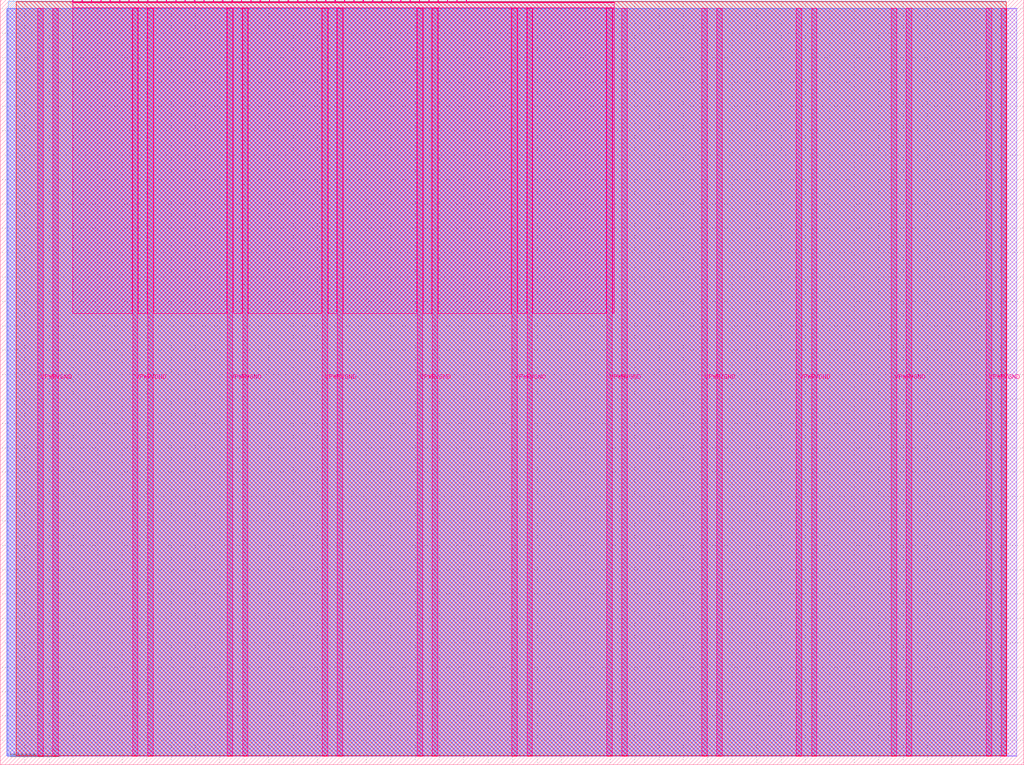
<source format=lef>
VERSION 5.7 ;
  NOWIREEXTENSIONATPIN ON ;
  DIVIDERCHAR "/" ;
  BUSBITCHARS "[]" ;
MACRO tt_um_ddc_arghunter
  CLASS BLOCK ;
  FOREIGN tt_um_ddc_arghunter ;
  ORIGIN 0.000 0.000 ;
  SIZE 419.520 BY 313.740 ;
  PIN VGND
    DIRECTION INOUT ;
    USE GROUND ;
    PORT
      LAYER Metal5 ;
        RECT 21.580 3.560 23.780 310.180 ;
    END
    PORT
      LAYER Metal5 ;
        RECT 60.450 3.560 62.650 310.180 ;
    END
    PORT
      LAYER Metal5 ;
        RECT 99.320 3.560 101.520 310.180 ;
    END
    PORT
      LAYER Metal5 ;
        RECT 138.190 3.560 140.390 310.180 ;
    END
    PORT
      LAYER Metal5 ;
        RECT 177.060 3.560 179.260 310.180 ;
    END
    PORT
      LAYER Metal5 ;
        RECT 215.930 3.560 218.130 310.180 ;
    END
    PORT
      LAYER Metal5 ;
        RECT 254.800 3.560 257.000 310.180 ;
    END
    PORT
      LAYER Metal5 ;
        RECT 293.670 3.560 295.870 310.180 ;
    END
    PORT
      LAYER Metal5 ;
        RECT 332.540 3.560 334.740 310.180 ;
    END
    PORT
      LAYER Metal5 ;
        RECT 371.410 3.560 373.610 310.180 ;
    END
    PORT
      LAYER Metal5 ;
        RECT 410.280 3.560 412.480 310.180 ;
    END
  END VGND
  PIN VPWR
    DIRECTION INOUT ;
    USE POWER ;
    PORT
      LAYER Metal5 ;
        RECT 15.380 3.560 17.580 310.180 ;
    END
    PORT
      LAYER Metal5 ;
        RECT 54.250 3.560 56.450 310.180 ;
    END
    PORT
      LAYER Metal5 ;
        RECT 93.120 3.560 95.320 310.180 ;
    END
    PORT
      LAYER Metal5 ;
        RECT 131.990 3.560 134.190 310.180 ;
    END
    PORT
      LAYER Metal5 ;
        RECT 170.860 3.560 173.060 310.180 ;
    END
    PORT
      LAYER Metal5 ;
        RECT 209.730 3.560 211.930 310.180 ;
    END
    PORT
      LAYER Metal5 ;
        RECT 248.600 3.560 250.800 310.180 ;
    END
    PORT
      LAYER Metal5 ;
        RECT 287.470 3.560 289.670 310.180 ;
    END
    PORT
      LAYER Metal5 ;
        RECT 326.340 3.560 328.540 310.180 ;
    END
    PORT
      LAYER Metal5 ;
        RECT 365.210 3.560 367.410 310.180 ;
    END
    PORT
      LAYER Metal5 ;
        RECT 404.080 3.560 406.280 310.180 ;
    END
  END VPWR
  PIN clk
    DIRECTION INPUT ;
    USE SIGNAL ;
    PORT
      LAYER Metal5 ;
        RECT 187.050 312.740 187.350 313.740 ;
    END
  END clk
  PIN ena
    DIRECTION INPUT ;
    USE SIGNAL ;
    PORT
      LAYER Metal5 ;
        RECT 190.890 312.740 191.190 313.740 ;
    END
  END ena
  PIN rst_n
    DIRECTION INPUT ;
    USE SIGNAL ;
    ANTENNAGATEAREA 0.629200 ;
    PORT
      LAYER Metal5 ;
        RECT 183.210 312.740 183.510 313.740 ;
    END
  END rst_n
  PIN ui_in[0]
    DIRECTION INPUT ;
    USE SIGNAL ;
    ANTENNAGATEAREA 0.741000 ;
    PORT
      LAYER Metal5 ;
        RECT 179.370 312.740 179.670 313.740 ;
    END
  END ui_in[0]
  PIN ui_in[1]
    DIRECTION INPUT ;
    USE SIGNAL ;
    ANTENNAGATEAREA 0.213200 ;
    PORT
      LAYER Metal5 ;
        RECT 175.530 312.740 175.830 313.740 ;
    END
  END ui_in[1]
  PIN ui_in[2]
    DIRECTION INPUT ;
    USE SIGNAL ;
    ANTENNAGATEAREA 0.213200 ;
    PORT
      LAYER Metal5 ;
        RECT 171.690 312.740 171.990 313.740 ;
    END
  END ui_in[2]
  PIN ui_in[3]
    DIRECTION INPUT ;
    USE SIGNAL ;
    ANTENNAGATEAREA 0.213200 ;
    PORT
      LAYER Metal5 ;
        RECT 167.850 312.740 168.150 313.740 ;
    END
  END ui_in[3]
  PIN ui_in[4]
    DIRECTION INPUT ;
    USE SIGNAL ;
    PORT
      LAYER Metal5 ;
        RECT 164.010 312.740 164.310 313.740 ;
    END
  END ui_in[4]
  PIN ui_in[5]
    DIRECTION INPUT ;
    USE SIGNAL ;
    PORT
      LAYER Metal5 ;
        RECT 160.170 312.740 160.470 313.740 ;
    END
  END ui_in[5]
  PIN ui_in[6]
    DIRECTION INPUT ;
    USE SIGNAL ;
    PORT
      LAYER Metal5 ;
        RECT 156.330 312.740 156.630 313.740 ;
    END
  END ui_in[6]
  PIN ui_in[7]
    DIRECTION INPUT ;
    USE SIGNAL ;
    PORT
      LAYER Metal5 ;
        RECT 152.490 312.740 152.790 313.740 ;
    END
  END ui_in[7]
  PIN uio_in[0]
    DIRECTION INPUT ;
    USE SIGNAL ;
    PORT
      LAYER Metal5 ;
        RECT 148.650 312.740 148.950 313.740 ;
    END
  END uio_in[0]
  PIN uio_in[1]
    DIRECTION INPUT ;
    USE SIGNAL ;
    PORT
      LAYER Metal5 ;
        RECT 144.810 312.740 145.110 313.740 ;
    END
  END uio_in[1]
  PIN uio_in[2]
    DIRECTION INPUT ;
    USE SIGNAL ;
    PORT
      LAYER Metal5 ;
        RECT 140.970 312.740 141.270 313.740 ;
    END
  END uio_in[2]
  PIN uio_in[3]
    DIRECTION INPUT ;
    USE SIGNAL ;
    PORT
      LAYER Metal5 ;
        RECT 137.130 312.740 137.430 313.740 ;
    END
  END uio_in[3]
  PIN uio_in[4]
    DIRECTION INPUT ;
    USE SIGNAL ;
    PORT
      LAYER Metal5 ;
        RECT 133.290 312.740 133.590 313.740 ;
    END
  END uio_in[4]
  PIN uio_in[5]
    DIRECTION INPUT ;
    USE SIGNAL ;
    PORT
      LAYER Metal5 ;
        RECT 129.450 312.740 129.750 313.740 ;
    END
  END uio_in[5]
  PIN uio_in[6]
    DIRECTION INPUT ;
    USE SIGNAL ;
    PORT
      LAYER Metal5 ;
        RECT 125.610 312.740 125.910 313.740 ;
    END
  END uio_in[6]
  PIN uio_in[7]
    DIRECTION INPUT ;
    USE SIGNAL ;
    PORT
      LAYER Metal5 ;
        RECT 121.770 312.740 122.070 313.740 ;
    END
  END uio_in[7]
  PIN uio_oe[0]
    DIRECTION OUTPUT ;
    USE SIGNAL ;
    ANTENNADIFFAREA 0.299200 ;
    PORT
      LAYER Metal5 ;
        RECT 56.490 312.740 56.790 313.740 ;
    END
  END uio_oe[0]
  PIN uio_oe[1]
    DIRECTION OUTPUT ;
    USE SIGNAL ;
    ANTENNADIFFAREA 0.299200 ;
    PORT
      LAYER Metal5 ;
        RECT 52.650 312.740 52.950 313.740 ;
    END
  END uio_oe[1]
  PIN uio_oe[2]
    DIRECTION OUTPUT ;
    USE SIGNAL ;
    ANTENNADIFFAREA 0.299200 ;
    PORT
      LAYER Metal5 ;
        RECT 48.810 312.740 49.110 313.740 ;
    END
  END uio_oe[2]
  PIN uio_oe[3]
    DIRECTION OUTPUT ;
    USE SIGNAL ;
    ANTENNADIFFAREA 0.299200 ;
    PORT
      LAYER Metal5 ;
        RECT 44.970 312.740 45.270 313.740 ;
    END
  END uio_oe[3]
  PIN uio_oe[4]
    DIRECTION OUTPUT ;
    USE SIGNAL ;
    ANTENNADIFFAREA 0.299200 ;
    PORT
      LAYER Metal5 ;
        RECT 41.130 312.740 41.430 313.740 ;
    END
  END uio_oe[4]
  PIN uio_oe[5]
    DIRECTION OUTPUT ;
    USE SIGNAL ;
    ANTENNADIFFAREA 0.299200 ;
    PORT
      LAYER Metal5 ;
        RECT 37.290 312.740 37.590 313.740 ;
    END
  END uio_oe[5]
  PIN uio_oe[6]
    DIRECTION OUTPUT ;
    USE SIGNAL ;
    ANTENNADIFFAREA 0.299200 ;
    PORT
      LAYER Metal5 ;
        RECT 33.450 312.740 33.750 313.740 ;
    END
  END uio_oe[6]
  PIN uio_oe[7]
    DIRECTION OUTPUT ;
    USE SIGNAL ;
    ANTENNADIFFAREA 0.299200 ;
    PORT
      LAYER Metal5 ;
        RECT 29.610 312.740 29.910 313.740 ;
    END
  END uio_oe[7]
  PIN uio_out[0]
    DIRECTION OUTPUT ;
    USE SIGNAL ;
    ANTENNADIFFAREA 0.299200 ;
    PORT
      LAYER Metal5 ;
        RECT 87.210 312.740 87.510 313.740 ;
    END
  END uio_out[0]
  PIN uio_out[1]
    DIRECTION OUTPUT ;
    USE SIGNAL ;
    ANTENNADIFFAREA 0.299200 ;
    PORT
      LAYER Metal5 ;
        RECT 83.370 312.740 83.670 313.740 ;
    END
  END uio_out[1]
  PIN uio_out[2]
    DIRECTION OUTPUT ;
    USE SIGNAL ;
    ANTENNADIFFAREA 0.299200 ;
    PORT
      LAYER Metal5 ;
        RECT 79.530 312.740 79.830 313.740 ;
    END
  END uio_out[2]
  PIN uio_out[3]
    DIRECTION OUTPUT ;
    USE SIGNAL ;
    ANTENNADIFFAREA 0.299200 ;
    PORT
      LAYER Metal5 ;
        RECT 75.690 312.740 75.990 313.740 ;
    END
  END uio_out[3]
  PIN uio_out[4]
    DIRECTION OUTPUT ;
    USE SIGNAL ;
    ANTENNADIFFAREA 0.299200 ;
    PORT
      LAYER Metal5 ;
        RECT 71.850 312.740 72.150 313.740 ;
    END
  END uio_out[4]
  PIN uio_out[5]
    DIRECTION OUTPUT ;
    USE SIGNAL ;
    ANTENNADIFFAREA 0.299200 ;
    PORT
      LAYER Metal5 ;
        RECT 68.010 312.740 68.310 313.740 ;
    END
  END uio_out[5]
  PIN uio_out[6]
    DIRECTION OUTPUT ;
    USE SIGNAL ;
    ANTENNADIFFAREA 0.299200 ;
    PORT
      LAYER Metal5 ;
        RECT 64.170 312.740 64.470 313.740 ;
    END
  END uio_out[6]
  PIN uio_out[7]
    DIRECTION OUTPUT ;
    USE SIGNAL ;
    ANTENNADIFFAREA 0.299200 ;
    PORT
      LAYER Metal5 ;
        RECT 60.330 312.740 60.630 313.740 ;
    END
  END uio_out[7]
  PIN uo_out[0]
    DIRECTION OUTPUT ;
    USE SIGNAL ;
    ANTENNADIFFAREA 0.706800 ;
    PORT
      LAYER Metal5 ;
        RECT 117.930 312.740 118.230 313.740 ;
    END
  END uo_out[0]
  PIN uo_out[1]
    DIRECTION OUTPUT ;
    USE SIGNAL ;
    ANTENNADIFFAREA 0.654800 ;
    PORT
      LAYER Metal5 ;
        RECT 114.090 312.740 114.390 313.740 ;
    END
  END uo_out[1]
  PIN uo_out[2]
    DIRECTION OUTPUT ;
    USE SIGNAL ;
    ANTENNADIFFAREA 0.654800 ;
    PORT
      LAYER Metal5 ;
        RECT 110.250 312.740 110.550 313.740 ;
    END
  END uo_out[2]
  PIN uo_out[3]
    DIRECTION OUTPUT ;
    USE SIGNAL ;
    ANTENNADIFFAREA 0.654800 ;
    PORT
      LAYER Metal5 ;
        RECT 106.410 312.740 106.710 313.740 ;
    END
  END uo_out[3]
  PIN uo_out[4]
    DIRECTION OUTPUT ;
    USE SIGNAL ;
    ANTENNADIFFAREA 0.299200 ;
    PORT
      LAYER Metal5 ;
        RECT 102.570 312.740 102.870 313.740 ;
    END
  END uo_out[4]
  PIN uo_out[5]
    DIRECTION OUTPUT ;
    USE SIGNAL ;
    ANTENNADIFFAREA 0.299200 ;
    PORT
      LAYER Metal5 ;
        RECT 98.730 312.740 99.030 313.740 ;
    END
  END uo_out[5]
  PIN uo_out[6]
    DIRECTION OUTPUT ;
    USE SIGNAL ;
    ANTENNADIFFAREA 0.299200 ;
    PORT
      LAYER Metal5 ;
        RECT 94.890 312.740 95.190 313.740 ;
    END
  END uo_out[6]
  PIN uo_out[7]
    DIRECTION OUTPUT ;
    USE SIGNAL ;
    ANTENNADIFFAREA 0.299200 ;
    PORT
      LAYER Metal5 ;
        RECT 91.050 312.740 91.350 313.740 ;
    END
  END uo_out[7]
  OBS
      LAYER GatPoly ;
        RECT 2.880 3.630 416.640 310.110 ;
      LAYER Metal1 ;
        RECT 2.880 3.560 416.640 310.180 ;
      LAYER Metal2 ;
        RECT 2.605 3.680 412.345 310.060 ;
      LAYER Metal3 ;
        RECT 3.260 3.635 412.300 313.045 ;
      LAYER Metal4 ;
        RECT 6.575 3.680 412.345 313.000 ;
      LAYER Metal5 ;
        RECT 30.120 312.530 33.240 312.740 ;
        RECT 33.960 312.530 37.080 312.740 ;
        RECT 37.800 312.530 40.920 312.740 ;
        RECT 41.640 312.530 44.760 312.740 ;
        RECT 45.480 312.530 48.600 312.740 ;
        RECT 49.320 312.530 52.440 312.740 ;
        RECT 53.160 312.530 56.280 312.740 ;
        RECT 57.000 312.530 60.120 312.740 ;
        RECT 60.840 312.530 63.960 312.740 ;
        RECT 64.680 312.530 67.800 312.740 ;
        RECT 68.520 312.530 71.640 312.740 ;
        RECT 72.360 312.530 75.480 312.740 ;
        RECT 76.200 312.530 79.320 312.740 ;
        RECT 80.040 312.530 83.160 312.740 ;
        RECT 83.880 312.530 87.000 312.740 ;
        RECT 87.720 312.530 90.840 312.740 ;
        RECT 91.560 312.530 94.680 312.740 ;
        RECT 95.400 312.530 98.520 312.740 ;
        RECT 99.240 312.530 102.360 312.740 ;
        RECT 103.080 312.530 106.200 312.740 ;
        RECT 106.920 312.530 110.040 312.740 ;
        RECT 110.760 312.530 113.880 312.740 ;
        RECT 114.600 312.530 117.720 312.740 ;
        RECT 118.440 312.530 121.560 312.740 ;
        RECT 122.280 312.530 125.400 312.740 ;
        RECT 126.120 312.530 129.240 312.740 ;
        RECT 129.960 312.530 133.080 312.740 ;
        RECT 133.800 312.530 136.920 312.740 ;
        RECT 137.640 312.530 140.760 312.740 ;
        RECT 141.480 312.530 144.600 312.740 ;
        RECT 145.320 312.530 148.440 312.740 ;
        RECT 149.160 312.530 152.280 312.740 ;
        RECT 153.000 312.530 156.120 312.740 ;
        RECT 156.840 312.530 159.960 312.740 ;
        RECT 160.680 312.530 163.800 312.740 ;
        RECT 164.520 312.530 167.640 312.740 ;
        RECT 168.360 312.530 171.480 312.740 ;
        RECT 172.200 312.530 175.320 312.740 ;
        RECT 176.040 312.530 179.160 312.740 ;
        RECT 179.880 312.530 183.000 312.740 ;
        RECT 183.720 312.530 186.840 312.740 ;
        RECT 187.560 312.530 190.680 312.740 ;
        RECT 191.400 312.530 251.620 312.740 ;
        RECT 29.660 310.390 251.620 312.530 ;
        RECT 29.660 185.075 54.040 310.390 ;
        RECT 56.660 185.075 60.240 310.390 ;
        RECT 62.860 185.075 92.910 310.390 ;
        RECT 95.530 185.075 99.110 310.390 ;
        RECT 101.730 185.075 131.780 310.390 ;
        RECT 134.400 185.075 137.980 310.390 ;
        RECT 140.600 185.075 170.650 310.390 ;
        RECT 173.270 185.075 176.850 310.390 ;
        RECT 179.470 185.075 209.520 310.390 ;
        RECT 212.140 185.075 215.720 310.390 ;
        RECT 218.340 185.075 248.390 310.390 ;
        RECT 251.010 185.075 251.620 310.390 ;
  END
END tt_um_ddc_arghunter
END LIBRARY


</source>
